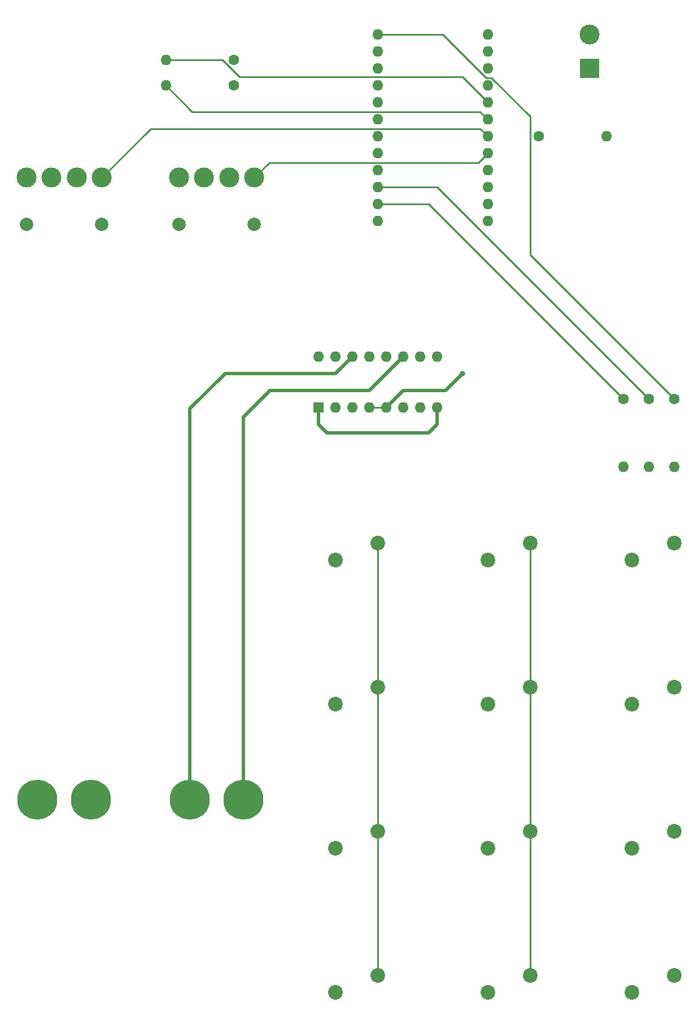
<source format=gbr>
%TF.GenerationSoftware,KiCad,Pcbnew,(5.1.8)-1*%
%TF.CreationDate,2020-12-17T23:53:09+01:00*%
%TF.ProjectId,pcb,7063622e-6b69-4636-9164-5f7063625858,rev?*%
%TF.SameCoordinates,Original*%
%TF.FileFunction,Copper,L2,Bot*%
%TF.FilePolarity,Positive*%
%FSLAX46Y46*%
G04 Gerber Fmt 4.6, Leading zero omitted, Abs format (unit mm)*
G04 Created by KiCad (PCBNEW (5.1.8)-1) date 2020-12-17 23:53:09*
%MOMM*%
%LPD*%
G01*
G04 APERTURE LIST*
%TA.AperFunction,ComponentPad*%
%ADD10C,2.000000*%
%TD*%
%TA.AperFunction,ComponentPad*%
%ADD11C,6.000000*%
%TD*%
%TA.AperFunction,ComponentPad*%
%ADD12C,3.000000*%
%TD*%
%TA.AperFunction,ComponentPad*%
%ADD13C,2.200000*%
%TD*%
%TA.AperFunction,ComponentPad*%
%ADD14O,1.600000X1.600000*%
%TD*%
%TA.AperFunction,ComponentPad*%
%ADD15R,3.000000X3.000000*%
%TD*%
%TA.AperFunction,ComponentPad*%
%ADD16C,1.600000*%
%TD*%
%TA.AperFunction,ComponentPad*%
%ADD17R,1.600000X1.600000*%
%TD*%
%TA.AperFunction,ViaPad*%
%ADD18C,0.800000*%
%TD*%
%TA.AperFunction,Conductor*%
%ADD19C,0.500000*%
%TD*%
%TA.AperFunction,Conductor*%
%ADD20C,0.250000*%
%TD*%
G04 APERTURE END LIST*
D10*
%TO.P,MF2,4*%
%TO.N,Net-(MF2-Pad4)*%
X64045000Y-44950000D03*
%TO.P,MF2,5*%
%TO.N,Net-(MF2-Pad5)*%
X52795000Y-44950000D03*
D11*
%TO.P,MF2,7*%
%TO.N,Net-(MF2-Pad7)*%
X54420000Y-131150000D03*
%TO.P,MF2,6*%
%TO.N,Net-(MF2-Pad6)*%
X62420000Y-131150000D03*
D12*
%TO.P,MF2,2*%
%TO.N,+5V*%
X52795000Y-37950000D03*
%TO.P,MF2,1*%
%TO.N,fader2*%
X64045000Y-37950000D03*
%TO.P,MF2,8*%
%TO.N,fader_cap2*%
X60295000Y-37950000D03*
%TO.P,MF2,3*%
%TO.N,Net-(MF2-Pad3)*%
X56545000Y-37950000D03*
%TD*%
D13*
%TO.P,MX1,2*%
%TO.N,key_row1*%
X76200000Y-95250000D03*
%TO.P,MX1,1*%
%TO.N,Net-(MX1-Pad1)*%
X82550000Y-92710000D03*
%TD*%
D14*
%TO.P,PM1,0*%
%TO.N,key_col3*%
X82550000Y-16510000D03*
%TO.P,PM1,1*%
%TO.N,Net-(PM1-Pad1)*%
X82550000Y-19050000D03*
%TO.P,PM1,2*%
%TO.N,Net-(PM1-Pad2)*%
X82550000Y-21590000D03*
%TO.P,PM1,3*%
%TO.N,Net-(PM1-Pad3)*%
X82550000Y-24130000D03*
%TO.P,PM1,4*%
%TO.N,fader_out1*%
X82550000Y-26670000D03*
%TO.P,PM1,5*%
%TO.N,M1_pos*%
X82550000Y-29210000D03*
%TO.P,PM1,6*%
%TO.N,fader_out2*%
X82550000Y-31750000D03*
%TO.P,PM1,7*%
%TO.N,M1_neg*%
X82550000Y-34290000D03*
%TO.P,PM1,8*%
%TO.N,M2_pos*%
X82550000Y-36830000D03*
%TO.P,PM1,9*%
%TO.N,key_col1*%
X82550000Y-39370000D03*
%TO.P,PM1,10*%
%TO.N,key_col2*%
X82550000Y-41910000D03*
%TO.P,PM1,11*%
%TO.N,M2_neg*%
X82550000Y-44450000D03*
%TO.P,PM1,12*%
%TO.N,+5V*%
X99060000Y-16510000D03*
%TO.P,PM1,13*%
%TO.N,Earth*%
X99060000Y-19050000D03*
%TO.P,PM1,14*%
%TO.N,Net-(PM1-Pad14)*%
X99060000Y-21590000D03*
%TO.P,PM1,15*%
%TO.N,Net-(PM1-Pad15)*%
X99060000Y-24130000D03*
%TO.P,PM1,16*%
%TO.N,fader_cap1*%
X99060000Y-26670000D03*
%TO.P,PM1,17*%
%TO.N,fader_cap2*%
X99060000Y-29210000D03*
%TO.P,PM1,18*%
%TO.N,fader1*%
X99060000Y-31750000D03*
%TO.P,PM1,19*%
%TO.N,fader2*%
X99060000Y-34290000D03*
%TO.P,PM1,20*%
%TO.N,key_row1*%
X99060000Y-36830000D03*
%TO.P,PM1,21*%
%TO.N,key_row2*%
X99060000Y-39370000D03*
%TO.P,PM1,22*%
%TO.N,key_row3*%
X99060000Y-41910000D03*
%TO.P,PM1,23*%
%TO.N,key_row4*%
X99060000Y-44450000D03*
%TD*%
D15*
%TO.P,J1,1*%
%TO.N,Net-(J1-Pad1)*%
X114300000Y-21590000D03*
D12*
%TO.P,J1,2*%
%TO.N,+5V*%
X114300000Y-16510000D03*
%TD*%
%TO.P,MF1,3*%
%TO.N,Net-(MF1-Pad3)*%
X33685000Y-37950000D03*
%TO.P,MF1,8*%
%TO.N,fader_cap1*%
X37435000Y-37950000D03*
%TO.P,MF1,1*%
%TO.N,fader1*%
X41185000Y-37950000D03*
%TO.P,MF1,2*%
%TO.N,+5V*%
X29935000Y-37950000D03*
D11*
%TO.P,MF1,6*%
%TO.N,Net-(MF1-Pad6)*%
X39560000Y-131150000D03*
%TO.P,MF1,7*%
%TO.N,Net-(MF1-Pad7)*%
X31560000Y-131150000D03*
D10*
%TO.P,MF1,5*%
%TO.N,Net-(MF1-Pad5)*%
X29935000Y-44950000D03*
%TO.P,MF1,4*%
%TO.N,Net-(MF1-Pad4)*%
X41185000Y-44950000D03*
%TD*%
D13*
%TO.P,MX2,1*%
%TO.N,Net-(MX2-Pad1)*%
X105410000Y-92710000D03*
%TO.P,MX2,2*%
%TO.N,key_row1*%
X99060000Y-95250000D03*
%TD*%
%TO.P,MX3,1*%
%TO.N,Net-(MX1-Pad1)*%
X82550000Y-114300000D03*
%TO.P,MX3,2*%
%TO.N,key_row2*%
X76200000Y-116840000D03*
%TD*%
%TO.P,MX4,2*%
%TO.N,key_row2*%
X99060000Y-116840000D03*
%TO.P,MX4,1*%
%TO.N,Net-(MX2-Pad1)*%
X105410000Y-114300000D03*
%TD*%
%TO.P,MX5,2*%
%TO.N,key_row3*%
X76200000Y-138430000D03*
%TO.P,MX5,1*%
%TO.N,Net-(MX1-Pad1)*%
X82550000Y-135890000D03*
%TD*%
%TO.P,MX6,1*%
%TO.N,Net-(MX2-Pad1)*%
X105410000Y-135890000D03*
%TO.P,MX6,2*%
%TO.N,key_row3*%
X99060000Y-138430000D03*
%TD*%
%TO.P,MX7,2*%
%TO.N,key_row4*%
X76200000Y-160020000D03*
%TO.P,MX7,1*%
%TO.N,Net-(MX1-Pad1)*%
X82550000Y-157480000D03*
%TD*%
%TO.P,MX8,1*%
%TO.N,Net-(MX2-Pad1)*%
X105410000Y-157480000D03*
%TO.P,MX8,2*%
%TO.N,key_row4*%
X99060000Y-160020000D03*
%TD*%
%TO.P,MX9,2*%
%TO.N,key_row1*%
X120650000Y-95250000D03*
%TO.P,MX9,1*%
%TO.N,Net-(MX10-Pad1)*%
X127000000Y-92710000D03*
%TD*%
%TO.P,MX10,1*%
%TO.N,Net-(MX10-Pad1)*%
X127000000Y-114300000D03*
%TO.P,MX10,2*%
%TO.N,key_row2*%
X120650000Y-116840000D03*
%TD*%
%TO.P,MX11,2*%
%TO.N,key_row3*%
X120650000Y-138430000D03*
%TO.P,MX11,1*%
%TO.N,Net-(MX10-Pad1)*%
X127000000Y-135890000D03*
%TD*%
%TO.P,MX12,1*%
%TO.N,Net-(MX10-Pad1)*%
X127000000Y-157480000D03*
%TO.P,MX12,2*%
%TO.N,key_row4*%
X120650000Y-160020000D03*
%TD*%
D16*
%TO.P,R1,1*%
%TO.N,fader_out1*%
X60960000Y-20320000D03*
D14*
%TO.P,R1,2*%
%TO.N,fader_cap1*%
X50800000Y-20320000D03*
%TD*%
%TO.P,R2,2*%
%TO.N,fader_cap2*%
X50800000Y-24130000D03*
D16*
%TO.P,R2,1*%
%TO.N,fader_out2*%
X60960000Y-24130000D03*
%TD*%
D14*
%TO.P,R3,2*%
%TO.N,Net-(J1-Pad1)*%
X116840000Y-31750000D03*
D16*
%TO.P,R3,1*%
%TO.N,Net-(PM1-Pad1)*%
X106680000Y-31750000D03*
%TD*%
%TO.P,R4,1*%
%TO.N,key_col1*%
X123190000Y-71120000D03*
D14*
%TO.P,R4,2*%
%TO.N,Net-(MX1-Pad1)*%
X123190000Y-81280000D03*
%TD*%
%TO.P,R5,2*%
%TO.N,Net-(MX2-Pad1)*%
X119380000Y-81280000D03*
D16*
%TO.P,R5,1*%
%TO.N,key_col2*%
X119380000Y-71120000D03*
%TD*%
%TO.P,R6,1*%
%TO.N,key_col3*%
X127000000Y-71120000D03*
D14*
%TO.P,R6,2*%
%TO.N,Net-(MX10-Pad1)*%
X127000000Y-81280000D03*
%TD*%
D17*
%TO.P,U1,1*%
%TO.N,+5V*%
X73660000Y-72390000D03*
D14*
%TO.P,U1,9*%
X91440000Y-64770000D03*
%TO.P,U1,2*%
%TO.N,M1_pos*%
X76200000Y-72390000D03*
%TO.P,U1,10*%
%TO.N,M2_pos*%
X88900000Y-64770000D03*
%TO.P,U1,3*%
%TO.N,Net-(MF1-Pad7)*%
X78740000Y-72390000D03*
%TO.P,U1,11*%
%TO.N,Net-(MF2-Pad6)*%
X86360000Y-64770000D03*
%TO.P,U1,4*%
%TO.N,Earth*%
X81280000Y-72390000D03*
%TO.P,U1,12*%
X83820000Y-64770000D03*
%TO.P,U1,5*%
X83820000Y-72390000D03*
%TO.P,U1,13*%
X81280000Y-64770000D03*
%TO.P,U1,6*%
%TO.N,Net-(MF1-Pad6)*%
X86360000Y-72390000D03*
%TO.P,U1,14*%
%TO.N,Net-(MF2-Pad7)*%
X78740000Y-64770000D03*
%TO.P,U1,7*%
%TO.N,M1_neg*%
X88900000Y-72390000D03*
%TO.P,U1,15*%
%TO.N,M2_neg*%
X76200000Y-64770000D03*
%TO.P,U1,8*%
%TO.N,+5V*%
X91440000Y-72390000D03*
%TO.P,U1,16*%
X73660000Y-64770000D03*
%TD*%
D18*
%TO.N,Earth*%
X95250000Y-67310000D03*
%TD*%
D19*
%TO.N,+5V*%
X73660000Y-72390000D02*
X73660000Y-74930000D01*
X73660000Y-74930000D02*
X74930000Y-76200000D01*
X74930000Y-76200000D02*
X90170000Y-76200000D01*
X90170000Y-76200000D02*
X91440000Y-74930000D01*
X91440000Y-74930000D02*
X91440000Y-72390000D01*
D20*
%TO.N,Earth*%
X83820000Y-72390000D02*
X81280000Y-72390000D01*
D19*
X86360000Y-69850000D02*
X83820000Y-72390000D01*
X92710000Y-69850000D02*
X86360000Y-69850000D01*
X92710000Y-69850000D02*
X95250000Y-67310000D01*
D20*
%TO.N,fader1*%
X48510001Y-30624999D02*
X41185000Y-37950000D01*
X97934999Y-30624999D02*
X48510001Y-30624999D01*
X99060000Y-31750000D02*
X97934999Y-30624999D01*
%TO.N,fader2*%
X66290001Y-35704999D02*
X64045000Y-37950000D01*
X97645001Y-35704999D02*
X66290001Y-35704999D01*
X99060000Y-34290000D02*
X97645001Y-35704999D01*
%TO.N,key_col1*%
X82550000Y-39370000D02*
X91440000Y-39370000D01*
X91440000Y-39370000D02*
X123190000Y-71120000D01*
%TO.N,key_col2*%
X90170000Y-41910000D02*
X119380000Y-71120000D01*
X82550000Y-41910000D02*
X90170000Y-41910000D01*
D19*
%TO.N,Net-(MF2-Pad6)*%
X62420000Y-131150000D02*
X62420000Y-73850000D01*
D20*
X62420000Y-73850000D02*
X62420000Y-73850000D01*
D19*
X86360000Y-64770000D02*
X81280000Y-69850000D01*
X66420000Y-69850000D02*
X62420000Y-73850000D01*
X81280000Y-69850000D02*
X66420000Y-69850000D01*
D20*
%TO.N,Net-(MF2-Pad7)*%
X54420000Y-101790000D02*
X54420000Y-101790000D01*
D19*
X76200000Y-67310000D02*
X78740000Y-64770000D01*
X59690000Y-67310000D02*
X76200000Y-67310000D01*
X54420000Y-72580000D02*
X59690000Y-67310000D01*
X54420000Y-131150000D02*
X54420000Y-72580000D01*
D20*
%TO.N,fader_cap1*%
X59294998Y-20320000D02*
X61834998Y-22860000D01*
X50800000Y-20320000D02*
X59294998Y-20320000D01*
X95250000Y-22860000D02*
X99060000Y-26670000D01*
X61834998Y-22860000D02*
X95250000Y-22860000D01*
%TO.N,fader_cap2*%
X54754999Y-28084999D02*
X50800000Y-24130000D01*
X97934999Y-28084999D02*
X54754999Y-28084999D01*
X99060000Y-29210000D02*
X97934999Y-28084999D01*
%TO.N,Net-(MX1-Pad1)*%
X82550000Y-140068998D02*
X82550000Y-135890000D01*
X82550000Y-157480000D02*
X82550000Y-140068998D01*
X82550000Y-135890000D02*
X82550000Y-114300000D01*
X82550000Y-114300000D02*
X82550000Y-92710000D01*
%TO.N,Net-(MX2-Pad1)*%
X105410000Y-92710000D02*
X105410000Y-114300000D01*
X105410000Y-135890000D02*
X105410000Y-114300000D01*
X105410000Y-135890000D02*
X105410000Y-157480000D01*
%TO.N,key_col3*%
X99600001Y-23004999D02*
X105410000Y-28814998D01*
X98809997Y-23004999D02*
X99600001Y-23004999D01*
X92314998Y-16510000D02*
X98809997Y-23004999D01*
X82550000Y-16510000D02*
X92314998Y-16510000D01*
X105410000Y-49530000D02*
X127000000Y-71120000D01*
X105410000Y-28814998D02*
X105410000Y-49530000D01*
%TD*%
M02*

</source>
